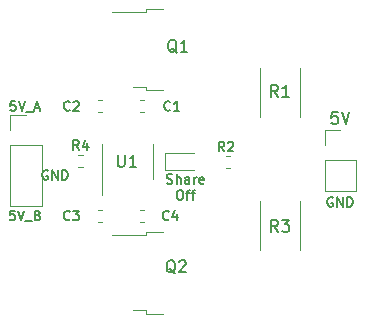
<source format=gbr>
G04 #@! TF.GenerationSoftware,KiCad,Pcbnew,(5.1.2-1)-1*
G04 #@! TF.CreationDate,2019-06-28T15:13:53-07:00*
G04 #@! TF.ProjectId,power_share,706f7765-725f-4736-9861-72652e6b6963,rev?*
G04 #@! TF.SameCoordinates,Original*
G04 #@! TF.FileFunction,Legend,Top*
G04 #@! TF.FilePolarity,Positive*
%FSLAX46Y46*%
G04 Gerber Fmt 4.6, Leading zero omitted, Abs format (unit mm)*
G04 Created by KiCad (PCBNEW (5.1.2-1)-1) date 2019-06-28 15:13:53*
%MOMM*%
%LPD*%
G04 APERTURE LIST*
%ADD10C,0.152400*%
%ADD11C,0.150000*%
%ADD12C,0.120000*%
G04 APERTURE END LIST*
D10*
X119014723Y-94843600D02*
X118937314Y-94804895D01*
X118821200Y-94804895D01*
X118705085Y-94843600D01*
X118627676Y-94921009D01*
X118588971Y-94998419D01*
X118550266Y-95153238D01*
X118550266Y-95269352D01*
X118588971Y-95424171D01*
X118627676Y-95501580D01*
X118705085Y-95578990D01*
X118821200Y-95617695D01*
X118898609Y-95617695D01*
X119014723Y-95578990D01*
X119053428Y-95540285D01*
X119053428Y-95269352D01*
X118898609Y-95269352D01*
X119401771Y-95617695D02*
X119401771Y-94804895D01*
X119866228Y-95617695D01*
X119866228Y-94804895D01*
X120253276Y-95617695D02*
X120253276Y-94804895D01*
X120446800Y-94804895D01*
X120562914Y-94843600D01*
X120640323Y-94921009D01*
X120679028Y-94998419D01*
X120717733Y-95153238D01*
X120717733Y-95269352D01*
X120679028Y-95424171D01*
X120640323Y-95501580D01*
X120562914Y-95578990D01*
X120446800Y-95617695D01*
X120253276Y-95617695D01*
X143144723Y-97129600D02*
X143067314Y-97090895D01*
X142951200Y-97090895D01*
X142835085Y-97129600D01*
X142757676Y-97207009D01*
X142718971Y-97284419D01*
X142680266Y-97439238D01*
X142680266Y-97555352D01*
X142718971Y-97710171D01*
X142757676Y-97787580D01*
X142835085Y-97864990D01*
X142951200Y-97903695D01*
X143028609Y-97903695D01*
X143144723Y-97864990D01*
X143183428Y-97826285D01*
X143183428Y-97555352D01*
X143028609Y-97555352D01*
X143531771Y-97903695D02*
X143531771Y-97090895D01*
X143996228Y-97903695D01*
X143996228Y-97090895D01*
X144383276Y-97903695D02*
X144383276Y-97090895D01*
X144576800Y-97090895D01*
X144692914Y-97129600D01*
X144770323Y-97207009D01*
X144809028Y-97284419D01*
X144847733Y-97439238D01*
X144847733Y-97555352D01*
X144809028Y-97710171D01*
X144770323Y-97787580D01*
X144692914Y-97864990D01*
X144576800Y-97903695D01*
X144383276Y-97903695D01*
D11*
X143573523Y-89876380D02*
X143097333Y-89876380D01*
X143049714Y-90352571D01*
X143097333Y-90304952D01*
X143192571Y-90257333D01*
X143430666Y-90257333D01*
X143525904Y-90304952D01*
X143573523Y-90352571D01*
X143621142Y-90447809D01*
X143621142Y-90685904D01*
X143573523Y-90781142D01*
X143525904Y-90828761D01*
X143430666Y-90876380D01*
X143192571Y-90876380D01*
X143097333Y-90828761D01*
X143049714Y-90781142D01*
X143906857Y-89876380D02*
X144240190Y-90876380D01*
X144573523Y-89876380D01*
D10*
X116223142Y-98233895D02*
X115836095Y-98233895D01*
X115797390Y-98620942D01*
X115836095Y-98582238D01*
X115913504Y-98543533D01*
X116107028Y-98543533D01*
X116184438Y-98582238D01*
X116223142Y-98620942D01*
X116261847Y-98698352D01*
X116261847Y-98891876D01*
X116223142Y-98969285D01*
X116184438Y-99007990D01*
X116107028Y-99046695D01*
X115913504Y-99046695D01*
X115836095Y-99007990D01*
X115797390Y-98969285D01*
X116494076Y-98233895D02*
X116765009Y-99046695D01*
X117035942Y-98233895D01*
X117113352Y-99124104D02*
X117732628Y-99124104D01*
X118197085Y-98620942D02*
X118313200Y-98659647D01*
X118351904Y-98698352D01*
X118390609Y-98775761D01*
X118390609Y-98891876D01*
X118351904Y-98969285D01*
X118313200Y-99007990D01*
X118235790Y-99046695D01*
X117926152Y-99046695D01*
X117926152Y-98233895D01*
X118197085Y-98233895D01*
X118274495Y-98272600D01*
X118313200Y-98311304D01*
X118351904Y-98388714D01*
X118351904Y-98466123D01*
X118313200Y-98543533D01*
X118274495Y-98582238D01*
X118197085Y-98620942D01*
X117926152Y-98620942D01*
X116281200Y-88962895D02*
X115894152Y-88962895D01*
X115855447Y-89349942D01*
X115894152Y-89311238D01*
X115971561Y-89272533D01*
X116165085Y-89272533D01*
X116242495Y-89311238D01*
X116281200Y-89349942D01*
X116319904Y-89427352D01*
X116319904Y-89620876D01*
X116281200Y-89698285D01*
X116242495Y-89736990D01*
X116165085Y-89775695D01*
X115971561Y-89775695D01*
X115894152Y-89736990D01*
X115855447Y-89698285D01*
X116552133Y-88962895D02*
X116823066Y-89775695D01*
X117094000Y-88962895D01*
X117171409Y-89853104D02*
X117790685Y-89853104D01*
X117945504Y-89543466D02*
X118332552Y-89543466D01*
X117868095Y-89775695D02*
X118139028Y-88962895D01*
X118409961Y-89775695D01*
X129115457Y-95909190D02*
X129231571Y-95947895D01*
X129425095Y-95947895D01*
X129502504Y-95909190D01*
X129541209Y-95870485D01*
X129579914Y-95793076D01*
X129579914Y-95715666D01*
X129541209Y-95638257D01*
X129502504Y-95599552D01*
X129425095Y-95560847D01*
X129270276Y-95522142D01*
X129192866Y-95483438D01*
X129154161Y-95444733D01*
X129115457Y-95367323D01*
X129115457Y-95289914D01*
X129154161Y-95212504D01*
X129192866Y-95173800D01*
X129270276Y-95135095D01*
X129463800Y-95135095D01*
X129579914Y-95173800D01*
X129928257Y-95947895D02*
X129928257Y-95135095D01*
X130276600Y-95947895D02*
X130276600Y-95522142D01*
X130237895Y-95444733D01*
X130160485Y-95406028D01*
X130044371Y-95406028D01*
X129966961Y-95444733D01*
X129928257Y-95483438D01*
X131011990Y-95947895D02*
X131011990Y-95522142D01*
X130973285Y-95444733D01*
X130895876Y-95406028D01*
X130741057Y-95406028D01*
X130663647Y-95444733D01*
X131011990Y-95909190D02*
X130934580Y-95947895D01*
X130741057Y-95947895D01*
X130663647Y-95909190D01*
X130624942Y-95831780D01*
X130624942Y-95754371D01*
X130663647Y-95676961D01*
X130741057Y-95638257D01*
X130934580Y-95638257D01*
X131011990Y-95599552D01*
X131399038Y-95947895D02*
X131399038Y-95406028D01*
X131399038Y-95560847D02*
X131437742Y-95483438D01*
X131476447Y-95444733D01*
X131553857Y-95406028D01*
X131631266Y-95406028D01*
X132211838Y-95909190D02*
X132134428Y-95947895D01*
X131979609Y-95947895D01*
X131902200Y-95909190D01*
X131863495Y-95831780D01*
X131863495Y-95522142D01*
X131902200Y-95444733D01*
X131979609Y-95406028D01*
X132134428Y-95406028D01*
X132211838Y-95444733D01*
X132250542Y-95522142D01*
X132250542Y-95599552D01*
X131863495Y-95676961D01*
X130141133Y-96506695D02*
X130295952Y-96506695D01*
X130373361Y-96545400D01*
X130450771Y-96622809D01*
X130489476Y-96777628D01*
X130489476Y-97048561D01*
X130450771Y-97203380D01*
X130373361Y-97280790D01*
X130295952Y-97319495D01*
X130141133Y-97319495D01*
X130063723Y-97280790D01*
X129986314Y-97203380D01*
X129947609Y-97048561D01*
X129947609Y-96777628D01*
X129986314Y-96622809D01*
X130063723Y-96545400D01*
X130141133Y-96506695D01*
X130721704Y-96777628D02*
X131031342Y-96777628D01*
X130837819Y-97319495D02*
X130837819Y-96622809D01*
X130876523Y-96545400D01*
X130953933Y-96506695D01*
X131031342Y-96506695D01*
X131186161Y-96777628D02*
X131495800Y-96777628D01*
X131302276Y-97319495D02*
X131302276Y-96622809D01*
X131340980Y-96545400D01*
X131418390Y-96506695D01*
X131495800Y-96506695D01*
D12*
X127324000Y-106685000D02*
X126224000Y-106685000D01*
X127324000Y-106955000D02*
X127324000Y-106685000D01*
X128824000Y-106955000D02*
X127324000Y-106955000D01*
X127324000Y-100325000D02*
X124494000Y-100325000D01*
X127324000Y-100055000D02*
X127324000Y-100325000D01*
X128824000Y-100055000D02*
X127324000Y-100055000D01*
X127324000Y-87762000D02*
X126224000Y-87762000D01*
X127324000Y-88032000D02*
X127324000Y-87762000D01*
X128824000Y-88032000D02*
X127324000Y-88032000D01*
X127324000Y-81402000D02*
X124494000Y-81402000D01*
X127324000Y-81132000D02*
X127324000Y-81402000D01*
X128824000Y-81132000D02*
X127324000Y-81132000D01*
X142470000Y-91380000D02*
X143800000Y-91380000D01*
X142470000Y-92710000D02*
X142470000Y-91380000D01*
X142470000Y-93980000D02*
X145130000Y-93980000D01*
X145130000Y-93980000D02*
X145130000Y-96580000D01*
X142470000Y-93980000D02*
X142470000Y-96580000D01*
X142470000Y-96580000D02*
X145130000Y-96580000D01*
X115870000Y-90110000D02*
X117200000Y-90110000D01*
X115870000Y-91440000D02*
X115870000Y-90110000D01*
X115870000Y-92710000D02*
X118530000Y-92710000D01*
X118530000Y-92710000D02*
X118530000Y-97850000D01*
X115870000Y-92710000D02*
X115870000Y-97850000D01*
X115870000Y-97850000D02*
X118530000Y-97850000D01*
X128940000Y-94835000D02*
X131400000Y-94835000D01*
X128940000Y-93365000D02*
X128940000Y-94835000D01*
X131400000Y-93365000D02*
X128940000Y-93365000D01*
X123630000Y-94060000D02*
X123630000Y-96935000D01*
X123630000Y-94060000D02*
X123630000Y-92560000D01*
X127950000Y-94060000D02*
X127950000Y-95560000D01*
X127950000Y-94060000D02*
X127950000Y-92560000D01*
X121971267Y-93550000D02*
X121628733Y-93550000D01*
X121971267Y-94570000D02*
X121628733Y-94570000D01*
X136990000Y-97447936D02*
X136990000Y-101552064D01*
X140410000Y-97447936D02*
X140410000Y-101552064D01*
X134471267Y-93590000D02*
X134128733Y-93590000D01*
X134471267Y-94610000D02*
X134128733Y-94610000D01*
X136990000Y-86177936D02*
X136990000Y-90282064D01*
X140410000Y-86177936D02*
X140410000Y-90282064D01*
X127171267Y-98190000D02*
X126828733Y-98190000D01*
X127171267Y-99210000D02*
X126828733Y-99210000D01*
X123615267Y-98190000D02*
X123272733Y-98190000D01*
X123615267Y-99210000D02*
X123272733Y-99210000D01*
X123615267Y-88890000D02*
X123272733Y-88890000D01*
X123615267Y-89910000D02*
X123272733Y-89910000D01*
X126828733Y-89910000D02*
X127171267Y-89910000D01*
X126828733Y-88890000D02*
X127171267Y-88890000D01*
D11*
X129825761Y-103544619D02*
X129730523Y-103497000D01*
X129635285Y-103401761D01*
X129492428Y-103258904D01*
X129397190Y-103211285D01*
X129301952Y-103211285D01*
X129349571Y-103449380D02*
X129254333Y-103401761D01*
X129159095Y-103306523D01*
X129111476Y-103116047D01*
X129111476Y-102782714D01*
X129159095Y-102592238D01*
X129254333Y-102497000D01*
X129349571Y-102449380D01*
X129540047Y-102449380D01*
X129635285Y-102497000D01*
X129730523Y-102592238D01*
X129778142Y-102782714D01*
X129778142Y-103116047D01*
X129730523Y-103306523D01*
X129635285Y-103401761D01*
X129540047Y-103449380D01*
X129349571Y-103449380D01*
X130159095Y-102544619D02*
X130206714Y-102497000D01*
X130301952Y-102449380D01*
X130540047Y-102449380D01*
X130635285Y-102497000D01*
X130682904Y-102544619D01*
X130730523Y-102639857D01*
X130730523Y-102735095D01*
X130682904Y-102877952D01*
X130111476Y-103449380D01*
X130730523Y-103449380D01*
X129952761Y-84875619D02*
X129857523Y-84828000D01*
X129762285Y-84732761D01*
X129619428Y-84589904D01*
X129524190Y-84542285D01*
X129428952Y-84542285D01*
X129476571Y-84780380D02*
X129381333Y-84732761D01*
X129286095Y-84637523D01*
X129238476Y-84447047D01*
X129238476Y-84113714D01*
X129286095Y-83923238D01*
X129381333Y-83828000D01*
X129476571Y-83780380D01*
X129667047Y-83780380D01*
X129762285Y-83828000D01*
X129857523Y-83923238D01*
X129905142Y-84113714D01*
X129905142Y-84447047D01*
X129857523Y-84637523D01*
X129762285Y-84732761D01*
X129667047Y-84780380D01*
X129476571Y-84780380D01*
X130857523Y-84780380D02*
X130286095Y-84780380D01*
X130571809Y-84780380D02*
X130571809Y-83780380D01*
X130476571Y-83923238D01*
X130381333Y-84018476D01*
X130286095Y-84066095D01*
X124968095Y-93512380D02*
X124968095Y-94321904D01*
X125015714Y-94417142D01*
X125063333Y-94464761D01*
X125158571Y-94512380D01*
X125349047Y-94512380D01*
X125444285Y-94464761D01*
X125491904Y-94417142D01*
X125539523Y-94321904D01*
X125539523Y-93512380D01*
X126539523Y-94512380D02*
X125968095Y-94512380D01*
X126253809Y-94512380D02*
X126253809Y-93512380D01*
X126158571Y-93655238D01*
X126063333Y-93750476D01*
X125968095Y-93798095D01*
D10*
X121664533Y-93077695D02*
X121393600Y-92690647D01*
X121200076Y-93077695D02*
X121200076Y-92264895D01*
X121509714Y-92264895D01*
X121587123Y-92303600D01*
X121625828Y-92342304D01*
X121664533Y-92419714D01*
X121664533Y-92535828D01*
X121625828Y-92613238D01*
X121587123Y-92651942D01*
X121509714Y-92690647D01*
X121200076Y-92690647D01*
X122361219Y-92535828D02*
X122361219Y-93077695D01*
X122167695Y-92226190D02*
X121974171Y-92806761D01*
X122477333Y-92806761D01*
D11*
X138517333Y-100020380D02*
X138184000Y-99544190D01*
X137945904Y-100020380D02*
X137945904Y-99020380D01*
X138326857Y-99020380D01*
X138422095Y-99068000D01*
X138469714Y-99115619D01*
X138517333Y-99210857D01*
X138517333Y-99353714D01*
X138469714Y-99448952D01*
X138422095Y-99496571D01*
X138326857Y-99544190D01*
X137945904Y-99544190D01*
X138850666Y-99020380D02*
X139469714Y-99020380D01*
X139136380Y-99401333D01*
X139279238Y-99401333D01*
X139374476Y-99448952D01*
X139422095Y-99496571D01*
X139469714Y-99591809D01*
X139469714Y-99829904D01*
X139422095Y-99925142D01*
X139374476Y-99972761D01*
X139279238Y-100020380D01*
X138993523Y-100020380D01*
X138898285Y-99972761D01*
X138850666Y-99925142D01*
D10*
X133976533Y-93204695D02*
X133705600Y-92817647D01*
X133512076Y-93204695D02*
X133512076Y-92391895D01*
X133821714Y-92391895D01*
X133899123Y-92430600D01*
X133937828Y-92469304D01*
X133976533Y-92546714D01*
X133976533Y-92662828D01*
X133937828Y-92740238D01*
X133899123Y-92778942D01*
X133821714Y-92817647D01*
X133512076Y-92817647D01*
X134286171Y-92469304D02*
X134324876Y-92430600D01*
X134402285Y-92391895D01*
X134595809Y-92391895D01*
X134673219Y-92430600D01*
X134711923Y-92469304D01*
X134750628Y-92546714D01*
X134750628Y-92624123D01*
X134711923Y-92740238D01*
X134247466Y-93204695D01*
X134750628Y-93204695D01*
D11*
X138517333Y-88590380D02*
X138184000Y-88114190D01*
X137945904Y-88590380D02*
X137945904Y-87590380D01*
X138326857Y-87590380D01*
X138422095Y-87638000D01*
X138469714Y-87685619D01*
X138517333Y-87780857D01*
X138517333Y-87923714D01*
X138469714Y-88018952D01*
X138422095Y-88066571D01*
X138326857Y-88114190D01*
X137945904Y-88114190D01*
X139469714Y-88590380D02*
X138898285Y-88590380D01*
X139184000Y-88590380D02*
X139184000Y-87590380D01*
X139088761Y-87733238D01*
X138993523Y-87828476D01*
X138898285Y-87876095D01*
D10*
X129277533Y-98969285D02*
X129238828Y-99007990D01*
X129122714Y-99046695D01*
X129045304Y-99046695D01*
X128929190Y-99007990D01*
X128851780Y-98930580D01*
X128813076Y-98853171D01*
X128774371Y-98698352D01*
X128774371Y-98582238D01*
X128813076Y-98427419D01*
X128851780Y-98350009D01*
X128929190Y-98272600D01*
X129045304Y-98233895D01*
X129122714Y-98233895D01*
X129238828Y-98272600D01*
X129277533Y-98311304D01*
X129974219Y-98504828D02*
X129974219Y-99046695D01*
X129780695Y-98195190D02*
X129587171Y-98775761D01*
X130090333Y-98775761D01*
X120895533Y-98969285D02*
X120856828Y-99007990D01*
X120740714Y-99046695D01*
X120663304Y-99046695D01*
X120547190Y-99007990D01*
X120469780Y-98930580D01*
X120431076Y-98853171D01*
X120392371Y-98698352D01*
X120392371Y-98582238D01*
X120431076Y-98427419D01*
X120469780Y-98350009D01*
X120547190Y-98272600D01*
X120663304Y-98233895D01*
X120740714Y-98233895D01*
X120856828Y-98272600D01*
X120895533Y-98311304D01*
X121166466Y-98233895D02*
X121669628Y-98233895D01*
X121398695Y-98543533D01*
X121514809Y-98543533D01*
X121592219Y-98582238D01*
X121630923Y-98620942D01*
X121669628Y-98698352D01*
X121669628Y-98891876D01*
X121630923Y-98969285D01*
X121592219Y-99007990D01*
X121514809Y-99046695D01*
X121282580Y-99046695D01*
X121205171Y-99007990D01*
X121166466Y-98969285D01*
X120895533Y-89698285D02*
X120856828Y-89736990D01*
X120740714Y-89775695D01*
X120663304Y-89775695D01*
X120547190Y-89736990D01*
X120469780Y-89659580D01*
X120431076Y-89582171D01*
X120392371Y-89427352D01*
X120392371Y-89311238D01*
X120431076Y-89156419D01*
X120469780Y-89079009D01*
X120547190Y-89001600D01*
X120663304Y-88962895D01*
X120740714Y-88962895D01*
X120856828Y-89001600D01*
X120895533Y-89040304D01*
X121205171Y-89040304D02*
X121243876Y-89001600D01*
X121321285Y-88962895D01*
X121514809Y-88962895D01*
X121592219Y-89001600D01*
X121630923Y-89040304D01*
X121669628Y-89117714D01*
X121669628Y-89195123D01*
X121630923Y-89311238D01*
X121166466Y-89775695D01*
X121669628Y-89775695D01*
X129404533Y-89698285D02*
X129365828Y-89736990D01*
X129249714Y-89775695D01*
X129172304Y-89775695D01*
X129056190Y-89736990D01*
X128978780Y-89659580D01*
X128940076Y-89582171D01*
X128901371Y-89427352D01*
X128901371Y-89311238D01*
X128940076Y-89156419D01*
X128978780Y-89079009D01*
X129056190Y-89001600D01*
X129172304Y-88962895D01*
X129249714Y-88962895D01*
X129365828Y-89001600D01*
X129404533Y-89040304D01*
X130178628Y-89775695D02*
X129714171Y-89775695D01*
X129946400Y-89775695D02*
X129946400Y-88962895D01*
X129868990Y-89079009D01*
X129791580Y-89156419D01*
X129714171Y-89195123D01*
M02*

</source>
